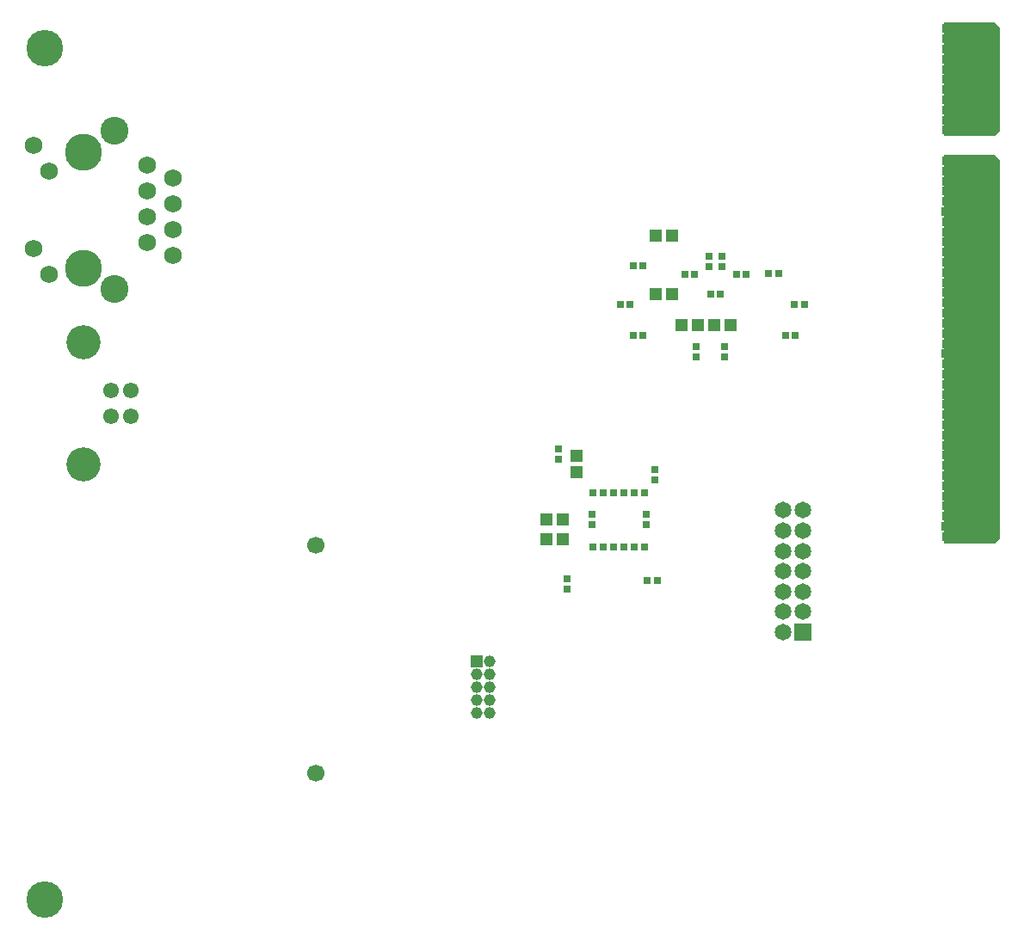
<source format=gbs>
G04 ================== begin FILE IDENTIFICATION RECORD ==================*
G04 Layout Name:  DAQ_CONTROLLER.brd*
G04 Film Name:    SM_BOT*
G04 File Format:  Gerber RS274X*
G04 File Origin:  Cadence Allegro 17.2-S057*
G04 Origin Date:  Wed Aug 07 01:46:16 2019*
G04 *
G04 Layer:  VIA CLASS/SOLDERMASK_BOTTOM*
G04 Layer:  PIN/SOLDERMASK_BOTTOM*
G04 Layer:  PACKAGE GEOMETRY/SOLDERMASK_BOTTOM*
G04 Layer:  BOARD GEOMETRY/SOLDERMASK_BOTTOM*
G04 *
G04 Offset:    (0.00 0.00)*
G04 Mirror:    No*
G04 Mode:      Positive*
G04 Rotation:  0*
G04 FullContactRelief:  No*
G04 UndefLineWidth:     0.00*
G04 ================== end FILE IDENTIFICATION RECORD ====================*
%FSLAX25Y25*MOIN*%
%IR0*IPPOS*OFA0.00000B0.00000*MIA0B0*SFA1.00000B1.00000*%
%ADD17C,.046*%
%ADD24R,.13201X.03358*%
%ADD14C,.06114*%
%ADD18R,.046X.046*%
%ADD12C,.06902*%
%ADD21C,.06508*%
%ADD16C,.06693*%
%ADD23R,.17138X.03358*%
%ADD22R,.06508X.06508*%
%ADD19R,.04528X.04528*%
%ADD20R,.02965X.02965*%
%ADD11C,.13201*%
%ADD13C,.1437*%
%ADD10C,.14173*%
%ADD15C,.10839*%
G75*
%LPD*%
G75*
G36*
G01X338346Y-164134D02*
X358031D01*
X360000Y-162165D01*
Y-15709D01*
X358031Y-13740D01*
X338346D01*
Y-164134D01*
G37*
G36*
G01Y-6260D02*
X358031D01*
X360000Y-4291D01*
Y35866D01*
X358031Y37835D01*
X338346D01*
Y-6260D01*
G37*
G54D10*
X-9803Y-302165D03*
Y27835D03*
G54D11*
X5000Y-133701D03*
Y-86299D03*
G54D20*
X189000Y-131669D03*
Y-127731D03*
X192500Y-178031D03*
Y-181969D03*
X202531Y-165500D03*
X206469D03*
X202000Y-156969D03*
Y-153031D03*
X202531Y-144500D03*
X206469D03*
X223531Y-178500D03*
X210531Y-165500D03*
X214469D03*
X218531D03*
X222469D03*
X210531Y-144500D03*
X214469D03*
X218531D03*
X222469D03*
X223000Y-156969D03*
Y-153031D03*
X213031Y-71500D03*
X216969D03*
X218031Y-83500D03*
X221969D03*
X218031Y-56500D03*
X221969D03*
X227469Y-178500D03*
X226500Y-135531D03*
Y-139469D03*
X238031Y-60000D03*
X242500Y-91969D03*
X253500D03*
X242500Y-88031D03*
X253500D03*
X247500Y-56969D03*
X248031Y-67500D03*
X251969D03*
X241969Y-60000D03*
X252500Y-56969D03*
X258031Y-60000D03*
X247500Y-53031D03*
X252500D03*
X261969Y-60000D03*
X270531Y-59500D03*
X274469D03*
X284469Y-71500D03*
X280531D03*
X280969Y-83500D03*
X277031D03*
G54D21*
X276063Y-198622D03*
Y-190748D03*
Y-182874D03*
Y-175000D03*
Y-167126D03*
Y-159252D03*
Y-151378D03*
X283937Y-190748D03*
Y-175000D03*
Y-182874D03*
Y-159252D03*
Y-167126D03*
Y-151378D03*
G54D12*
X-8307Y-59862D03*
X-14291Y-49862D03*
X-8307Y-20059D03*
X-14291Y-10059D03*
X29961Y-47441D03*
Y-37441D03*
Y-27441D03*
Y-17441D03*
X39961Y-52441D03*
Y-42441D03*
Y-32441D03*
Y-22441D03*
G54D13*
X5000Y-57461D03*
Y-12461D03*
G54D22*
X283937Y-198622D03*
G54D23*
X346220Y-161575D03*
Y-153701D03*
Y-149764D03*
Y-145827D03*
Y-141890D03*
Y-137953D03*
Y-134016D03*
Y-130079D03*
Y-126142D03*
Y-122205D03*
Y-118268D03*
Y-114331D03*
Y-110394D03*
Y-106457D03*
Y-102520D03*
Y-98583D03*
Y-94646D03*
Y-86772D03*
Y-82835D03*
Y-78898D03*
Y-74961D03*
Y-71024D03*
Y-67087D03*
Y-63150D03*
Y-59213D03*
Y-55276D03*
Y-51339D03*
Y-47402D03*
Y-43465D03*
Y-39528D03*
Y-31654D03*
Y-27717D03*
Y-23780D03*
Y-19843D03*
Y-4094D03*
Y-15906D03*
Y-157D03*
Y3780D03*
Y7717D03*
Y11654D03*
Y15591D03*
Y19528D03*
Y23465D03*
Y27402D03*
Y31339D03*
Y35276D03*
G54D14*
X15669Y-105079D03*
Y-114921D03*
X23543D03*
Y-105079D03*
G54D15*
X17008Y-65571D03*
Y-4350D03*
G54D24*
X344252Y-157638D03*
Y-90709D03*
Y-35591D03*
G54D16*
X95000Y-253189D03*
Y-165000D03*
G54D17*
X162500Y-230000D03*
X157500D03*
X162500Y-225000D03*
Y-220000D03*
Y-215000D03*
Y-210000D03*
X157500Y-225000D03*
Y-220000D03*
Y-215000D03*
G54D18*
Y-210000D03*
G54D19*
X190650Y-162500D03*
X184350D03*
X190650Y-155000D03*
X184350D03*
X196000Y-136650D03*
Y-130350D03*
X236850Y-79500D03*
X226850Y-67500D03*
X233150D03*
X226850Y-45000D03*
X233150D03*
X243150Y-79500D03*
X249350D03*
X255650D03*
M02*

</source>
